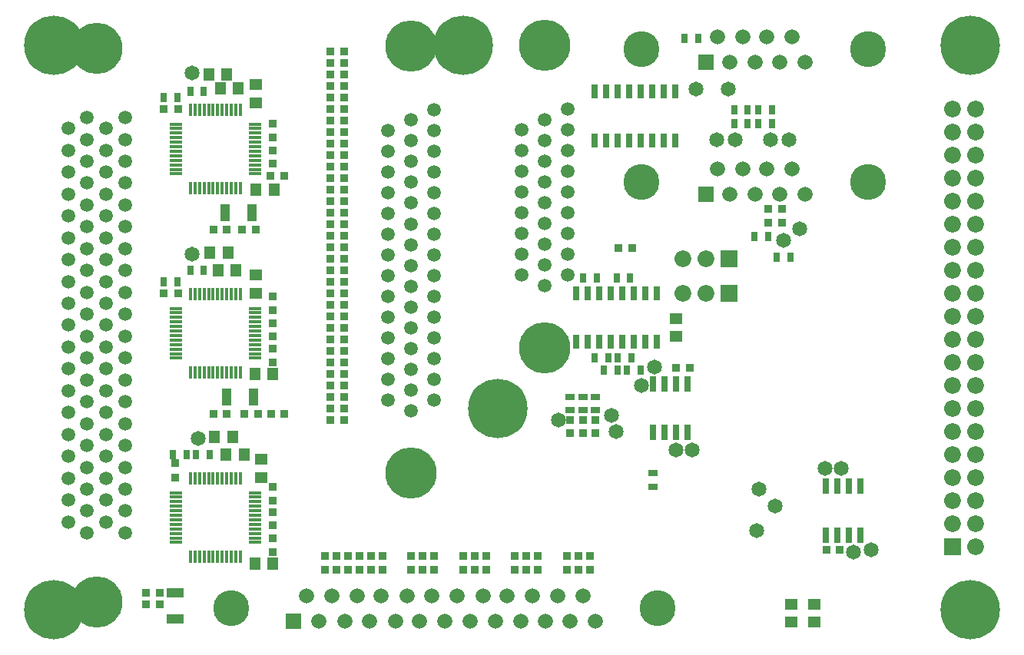
<source format=gbs>
G04 #@! TF.FileFunction,Soldermask,Bot*
%FSLAX46Y46*%
G04 Gerber Fmt 4.6, Leading zero omitted, Abs format (unit mm)*
G04 Created by KiCad (PCBNEW 4.0.6) date Fri Jul 21 15:53:30 2017*
%MOMM*%
%LPD*%
G01*
G04 APERTURE LIST*
%ADD10C,0.100000*%
%ADD11C,1.500000*%
%ADD12C,5.650000*%
%ADD13R,0.750000X1.700000*%
%ADD14R,0.950000X0.900000*%
%ADD15R,1.400000X1.150000*%
%ADD16R,1.150000X1.400000*%
%ADD17R,0.900000X0.950000*%
%ADD18R,0.950000X0.950000*%
%ADD19R,1.850000X1.850000*%
%ADD20O,1.850000X1.850000*%
%ADD21R,0.650000X1.050000*%
%ADD22R,1.050000X1.850000*%
%ADD23R,1.850000X1.050000*%
%ADD24R,1.050000X0.650000*%
%ADD25R,1.450000X0.400000*%
%ADD26R,0.400000X1.450000*%
%ADD27R,0.750000X1.650000*%
%ADD28C,1.650000*%
%ADD29C,3.960000*%
%ADD30R,1.670000X1.670000*%
%ADD31C,1.670000*%
%ADD32C,6.550000*%
G04 APERTURE END LIST*
D10*
D11*
X106807000Y-53290000D03*
X106807000Y-51000000D03*
X106807000Y-48710000D03*
X106807000Y-46420000D03*
X106807000Y-44130000D03*
X106807000Y-41840000D03*
X106807000Y-39550000D03*
X106807000Y-37260000D03*
X106807000Y-34970000D03*
X104267000Y-54440000D03*
X104267000Y-52150000D03*
X104267000Y-49860000D03*
X104267000Y-47570000D03*
X104267000Y-45280000D03*
X104267000Y-42990000D03*
X104267000Y-40700000D03*
X104267000Y-38410000D03*
X104267000Y-36120000D03*
X101727000Y-53290000D03*
X101727000Y-51000000D03*
X101727000Y-48710000D03*
X101727000Y-46420000D03*
X101727000Y-44130000D03*
X101727000Y-41840000D03*
X101727000Y-39550000D03*
X101727000Y-37260000D03*
D12*
X104267000Y-61340000D03*
X104267000Y-27940000D03*
D13*
X139065000Y-81915000D03*
X137795000Y-81915000D03*
X136525000Y-81915000D03*
X135255000Y-81915000D03*
X135255000Y-76515000D03*
X136525000Y-76515000D03*
X137795000Y-76515000D03*
X139065000Y-76515000D03*
D14*
X67715000Y-68580000D03*
X69215000Y-68580000D03*
X72620000Y-68580000D03*
X71120000Y-68580000D03*
D15*
X72390000Y-53245000D03*
X72390000Y-55245000D03*
D16*
X68215000Y-52705000D03*
X70215000Y-52705000D03*
D17*
X74295000Y-57150000D03*
X74295000Y-55650000D03*
X74295000Y-62865000D03*
X74295000Y-61365000D03*
X74295000Y-58559000D03*
X74295000Y-60059000D03*
D16*
X72295000Y-64135000D03*
X74295000Y-64135000D03*
X69310000Y-50800000D03*
X67310000Y-50800000D03*
D14*
X60325000Y-88265000D03*
X61825000Y-88265000D03*
X60325000Y-89535000D03*
X61825000Y-89535000D03*
D15*
X73025000Y-73565000D03*
X73025000Y-75565000D03*
D16*
X69120000Y-73025000D03*
X71120000Y-73025000D03*
D17*
X74295000Y-78105000D03*
X74295000Y-76605000D03*
X74295000Y-83820000D03*
X74295000Y-82320000D03*
X74295000Y-79375000D03*
X74295000Y-80875000D03*
D16*
X72295000Y-85090000D03*
X74295000Y-85090000D03*
X69850000Y-71120000D03*
X67850000Y-71120000D03*
D14*
X67715000Y-48260000D03*
X69215000Y-48260000D03*
X72390000Y-48260000D03*
X70890000Y-48260000D03*
D15*
X72390000Y-32290000D03*
X72390000Y-34290000D03*
D16*
X68485000Y-32639000D03*
X70485000Y-32639000D03*
D17*
X74295000Y-38100000D03*
X74295000Y-36600000D03*
D14*
X75541000Y-42291000D03*
X74041000Y-42291000D03*
D17*
X74295000Y-39497000D03*
X74295000Y-40997000D03*
D16*
X72390000Y-43815000D03*
X74390000Y-43815000D03*
X69215000Y-31115000D03*
X67215000Y-31115000D03*
D14*
X82145000Y-28575000D03*
X80645000Y-28575000D03*
X82145000Y-29845000D03*
X80645000Y-29845000D03*
X80645000Y-42545000D03*
X82145000Y-42545000D03*
X82145000Y-31115000D03*
X80645000Y-31115000D03*
X80645000Y-43815000D03*
X82145000Y-43815000D03*
X82145000Y-32385000D03*
X80645000Y-32385000D03*
X80645000Y-45085000D03*
X82145000Y-45085000D03*
X82145000Y-33655000D03*
X80645000Y-33655000D03*
X80645000Y-46355000D03*
X82145000Y-46355000D03*
X82145000Y-34925000D03*
X80645000Y-34925000D03*
X80645000Y-47625000D03*
X82145000Y-47625000D03*
X82145000Y-36195000D03*
X80645000Y-36195000D03*
X80645000Y-48895000D03*
X82145000Y-48895000D03*
X82145000Y-37465000D03*
X80645000Y-37465000D03*
X80645000Y-50165000D03*
X82145000Y-50165000D03*
X82145000Y-38735000D03*
X80645000Y-38735000D03*
X82145000Y-40005000D03*
X80645000Y-40005000D03*
X82145000Y-41275000D03*
X80645000Y-41275000D03*
X82145000Y-51435000D03*
X80645000Y-51435000D03*
X82145000Y-52705000D03*
X80645000Y-52705000D03*
X80645000Y-65405000D03*
X82145000Y-65405000D03*
X82145000Y-53975000D03*
X80645000Y-53975000D03*
X80645000Y-66675000D03*
X82145000Y-66675000D03*
X82145000Y-55245000D03*
X80645000Y-55245000D03*
X80645000Y-67945000D03*
X82145000Y-67945000D03*
X82145000Y-56515000D03*
X80645000Y-56515000D03*
X80645000Y-69215000D03*
X82145000Y-69215000D03*
X82145000Y-57785000D03*
X80645000Y-57785000D03*
X82145000Y-59055000D03*
X80645000Y-59055000D03*
X82145000Y-60325000D03*
X80645000Y-60325000D03*
X82145000Y-61595000D03*
X80645000Y-61595000D03*
X74065000Y-68580000D03*
X75565000Y-68580000D03*
X82145000Y-62865000D03*
X80645000Y-62865000D03*
X82145000Y-64135000D03*
X80645000Y-64135000D03*
D17*
X109220000Y-85725000D03*
X109220000Y-84225000D03*
X107950000Y-85725000D03*
X107950000Y-84225000D03*
X89535000Y-84225000D03*
X89535000Y-85725000D03*
X106680000Y-85725000D03*
X106680000Y-84225000D03*
X86360000Y-84225000D03*
X86360000Y-85725000D03*
X103505000Y-85725000D03*
X103505000Y-84225000D03*
X85090000Y-84225000D03*
X85090000Y-85725000D03*
X102235000Y-85725000D03*
X102235000Y-84225000D03*
X83820000Y-84225000D03*
X83820000Y-85725000D03*
X100965000Y-85725000D03*
X100965000Y-84225000D03*
X82550000Y-84225000D03*
X82550000Y-85725000D03*
X97790000Y-85725000D03*
X97790000Y-84225000D03*
X81280000Y-84225000D03*
X81280000Y-85725000D03*
X96520000Y-85725000D03*
X96520000Y-84225000D03*
X80010000Y-84225000D03*
X80010000Y-85725000D03*
X95250000Y-85725000D03*
X95250000Y-84225000D03*
X92075000Y-85725000D03*
X92075000Y-84225000D03*
X90805000Y-85725000D03*
X90805000Y-84225000D03*
D15*
X118745000Y-60039000D03*
X118745000Y-58039000D03*
X133985000Y-89535000D03*
X133985000Y-91535000D03*
X131445000Y-89535000D03*
X131445000Y-91535000D03*
D14*
X118745000Y-63500000D03*
X120245000Y-63500000D03*
X136779000Y-83566000D03*
X135279000Y-83566000D03*
D17*
X109855000Y-69215000D03*
X109855000Y-70715000D03*
X107061000Y-69215000D03*
X107061000Y-70715000D03*
X108458000Y-69215000D03*
X108458000Y-70715000D03*
X130429000Y-47474000D03*
X130429000Y-45974000D03*
X128905000Y-47498000D03*
X128905000Y-45998000D03*
D18*
X62230000Y-55245000D03*
X63830000Y-55245000D03*
X63500000Y-73965000D03*
X63500000Y-75565000D03*
X62230000Y-34925000D03*
X63830000Y-34925000D03*
D19*
X149225000Y-83185000D03*
D20*
X151765000Y-83185000D03*
X149225000Y-80645000D03*
X151765000Y-80645000D03*
X149225000Y-78105000D03*
X151765000Y-78105000D03*
X149225000Y-75565000D03*
X151765000Y-75565000D03*
X149225000Y-73025000D03*
X151765000Y-73025000D03*
X149225000Y-70485000D03*
X151765000Y-70485000D03*
X149225000Y-67945000D03*
X151765000Y-67945000D03*
X149225000Y-65405000D03*
X151765000Y-65405000D03*
X149225000Y-62865000D03*
X151765000Y-62865000D03*
X149225000Y-60325000D03*
X151765000Y-60325000D03*
X149225000Y-57785000D03*
X151765000Y-57785000D03*
X149225000Y-55245000D03*
X151765000Y-55245000D03*
X149225000Y-52705000D03*
X151765000Y-52705000D03*
X149225000Y-50165000D03*
X151765000Y-50165000D03*
X149225000Y-47625000D03*
X151765000Y-47625000D03*
X149225000Y-45085000D03*
X151765000Y-45085000D03*
X149225000Y-42545000D03*
X151765000Y-42545000D03*
X149225000Y-40005000D03*
X151765000Y-40005000D03*
X149225000Y-37465000D03*
X151765000Y-37465000D03*
X149225000Y-34925000D03*
X151765000Y-34925000D03*
D19*
X124587000Y-51435000D03*
D20*
X122047000Y-51435000D03*
X119507000Y-51435000D03*
D19*
X124587000Y-55245000D03*
D20*
X122047000Y-55245000D03*
X119507000Y-55245000D03*
D21*
X127786000Y-35052000D03*
X129286000Y-35052000D03*
X126619000Y-36576000D03*
X125119000Y-36576000D03*
X127762000Y-36576000D03*
X129262000Y-36576000D03*
X126619000Y-35052000D03*
X125119000Y-35052000D03*
X121134000Y-27178000D03*
X119634000Y-27178000D03*
D22*
X72115000Y-66675000D03*
X69215000Y-66675000D03*
D21*
X63730000Y-53975000D03*
X62230000Y-53975000D03*
X65175000Y-52705000D03*
X66675000Y-52705000D03*
D23*
X63500000Y-91165000D03*
X63500000Y-88265000D03*
D21*
X64770000Y-73025000D03*
X63270000Y-73025000D03*
X65810000Y-73025000D03*
X67310000Y-73025000D03*
D22*
X71935000Y-46355000D03*
X69035000Y-46355000D03*
D21*
X63730000Y-33655000D03*
X62230000Y-33655000D03*
X65175000Y-33020000D03*
X66675000Y-33020000D03*
D24*
X116205000Y-76581000D03*
X116205000Y-75081000D03*
D21*
X113284000Y-63754000D03*
X114784000Y-63754000D03*
X111252000Y-62357000D03*
X109752000Y-62357000D03*
X109982000Y-53594000D03*
X108482000Y-53594000D03*
X112165000Y-53594000D03*
X113665000Y-53594000D03*
X112268000Y-62357000D03*
X113768000Y-62357000D03*
X112268000Y-63754000D03*
X110768000Y-63754000D03*
D24*
X109855000Y-68175000D03*
X109855000Y-66675000D03*
X107061000Y-68175000D03*
X107061000Y-66675000D03*
X108458000Y-68175000D03*
X108458000Y-66675000D03*
D21*
X131294000Y-51308000D03*
X129794000Y-51308000D03*
X128881000Y-49022000D03*
X127381000Y-49022000D03*
D25*
X72295000Y-56940000D03*
X72295000Y-57440000D03*
X72295000Y-57940000D03*
X72295000Y-58440000D03*
X72295000Y-58940000D03*
X72295000Y-59440000D03*
X72295000Y-59940000D03*
X72295000Y-60440000D03*
X72295000Y-60940000D03*
X72295000Y-61440000D03*
X72295000Y-61940000D03*
X72295000Y-62440000D03*
D26*
X70695000Y-64040000D03*
X70195000Y-64040000D03*
X69695000Y-64040000D03*
X69195000Y-64040000D03*
X68695000Y-64040000D03*
X68195000Y-64040000D03*
X67695000Y-64040000D03*
X67195000Y-64040000D03*
X66695000Y-64040000D03*
X66195000Y-64040000D03*
X65695000Y-64040000D03*
X65195000Y-64040000D03*
D25*
X63595000Y-62440000D03*
X63595000Y-61940000D03*
X63595000Y-61440000D03*
X63595000Y-60940000D03*
X63595000Y-60440000D03*
X63595000Y-59940000D03*
X63595000Y-59440000D03*
X63595000Y-58940000D03*
X63595000Y-58440000D03*
X63595000Y-57940000D03*
X63595000Y-57440000D03*
X63595000Y-56940000D03*
D26*
X65195000Y-55340000D03*
X65695000Y-55340000D03*
X66195000Y-55340000D03*
X66695000Y-55340000D03*
X67195000Y-55340000D03*
X67695000Y-55340000D03*
X68195000Y-55340000D03*
X68695000Y-55340000D03*
X69195000Y-55340000D03*
X69695000Y-55340000D03*
X70195000Y-55340000D03*
X70695000Y-55340000D03*
D25*
X72295000Y-77260000D03*
X72295000Y-77760000D03*
X72295000Y-78260000D03*
X72295000Y-78760000D03*
X72295000Y-79260000D03*
X72295000Y-79760000D03*
X72295000Y-80260000D03*
X72295000Y-80760000D03*
X72295000Y-81260000D03*
X72295000Y-81760000D03*
X72295000Y-82260000D03*
X72295000Y-82760000D03*
D26*
X70695000Y-84360000D03*
X70195000Y-84360000D03*
X69695000Y-84360000D03*
X69195000Y-84360000D03*
X68695000Y-84360000D03*
X68195000Y-84360000D03*
X67695000Y-84360000D03*
X67195000Y-84360000D03*
X66695000Y-84360000D03*
X66195000Y-84360000D03*
X65695000Y-84360000D03*
X65195000Y-84360000D03*
D25*
X63595000Y-82760000D03*
X63595000Y-82260000D03*
X63595000Y-81760000D03*
X63595000Y-81260000D03*
X63595000Y-80760000D03*
X63595000Y-80260000D03*
X63595000Y-79760000D03*
X63595000Y-79260000D03*
X63595000Y-78760000D03*
X63595000Y-78260000D03*
X63595000Y-77760000D03*
X63595000Y-77260000D03*
D26*
X65195000Y-75660000D03*
X65695000Y-75660000D03*
X66195000Y-75660000D03*
X66695000Y-75660000D03*
X67195000Y-75660000D03*
X67695000Y-75660000D03*
X68195000Y-75660000D03*
X68695000Y-75660000D03*
X69195000Y-75660000D03*
X69695000Y-75660000D03*
X70195000Y-75660000D03*
X70695000Y-75660000D03*
D25*
X72295000Y-36620000D03*
X72295000Y-37120000D03*
X72295000Y-37620000D03*
X72295000Y-38120000D03*
X72295000Y-38620000D03*
X72295000Y-39120000D03*
X72295000Y-39620000D03*
X72295000Y-40120000D03*
X72295000Y-40620000D03*
X72295000Y-41120000D03*
X72295000Y-41620000D03*
X72295000Y-42120000D03*
D26*
X70695000Y-43720000D03*
X70195000Y-43720000D03*
X69695000Y-43720000D03*
X69195000Y-43720000D03*
X68695000Y-43720000D03*
X68195000Y-43720000D03*
X67695000Y-43720000D03*
X67195000Y-43720000D03*
X66695000Y-43720000D03*
X66195000Y-43720000D03*
X65695000Y-43720000D03*
X65195000Y-43720000D03*
D25*
X63595000Y-42120000D03*
X63595000Y-41620000D03*
X63595000Y-41120000D03*
X63595000Y-40620000D03*
X63595000Y-40120000D03*
X63595000Y-39620000D03*
X63595000Y-39120000D03*
X63595000Y-38620000D03*
X63595000Y-38120000D03*
X63595000Y-37620000D03*
X63595000Y-37120000D03*
X63595000Y-36620000D03*
D26*
X65195000Y-35020000D03*
X65695000Y-35020000D03*
X66195000Y-35020000D03*
X66695000Y-35020000D03*
X67195000Y-35020000D03*
X67695000Y-35020000D03*
X68195000Y-35020000D03*
X68695000Y-35020000D03*
X69195000Y-35020000D03*
X69695000Y-35020000D03*
X70195000Y-35020000D03*
X70695000Y-35020000D03*
D13*
X116205000Y-65245000D03*
X117475000Y-65245000D03*
X118745000Y-65245000D03*
X120015000Y-65245000D03*
X120015000Y-70645000D03*
X118745000Y-70645000D03*
X117475000Y-70645000D03*
X116205000Y-70645000D03*
D27*
X116586000Y-60645000D03*
X115316000Y-60645000D03*
X114046000Y-60645000D03*
X112776000Y-60645000D03*
X111506000Y-60645000D03*
X110236000Y-60645000D03*
X108966000Y-60645000D03*
X107696000Y-60645000D03*
X107696000Y-55245000D03*
X108966000Y-55245000D03*
X110236000Y-55245000D03*
X111506000Y-55245000D03*
X112776000Y-55245000D03*
X114046000Y-55245000D03*
X115316000Y-55245000D03*
X116586000Y-55245000D03*
X118618000Y-38420000D03*
X117348000Y-38420000D03*
X116078000Y-38420000D03*
X114808000Y-38420000D03*
X113538000Y-38420000D03*
X112268000Y-38420000D03*
X110998000Y-38420000D03*
X109728000Y-38420000D03*
X109728000Y-33020000D03*
X110998000Y-33020000D03*
X112268000Y-33020000D03*
X113538000Y-33020000D03*
X114808000Y-33020000D03*
X116078000Y-33020000D03*
X117348000Y-33020000D03*
X118618000Y-33020000D03*
D28*
X129159000Y-38354000D03*
X131191000Y-38354000D03*
X123190000Y-38354000D03*
X125222000Y-38354000D03*
X120904000Y-32766000D03*
X124460000Y-32766000D03*
X127889000Y-76835000D03*
X129667000Y-78740000D03*
X127635000Y-81407000D03*
X66040000Y-71247000D03*
X65405000Y-50927000D03*
X65405000Y-30988000D03*
X114935000Y-65405000D03*
X118745000Y-72517000D03*
X116332000Y-63373000D03*
X120523000Y-72517000D03*
X140208000Y-83566000D03*
X136906000Y-74549000D03*
X138303000Y-83820000D03*
X135128000Y-74549000D03*
X111633000Y-68707000D03*
X105791000Y-69215000D03*
X112141000Y-70485000D03*
X132334000Y-48133000D03*
X130556000Y-49403000D03*
D14*
X113895000Y-50292000D03*
X112395000Y-50292000D03*
D29*
X139910000Y-43000000D03*
X114890000Y-43000000D03*
D30*
X122000000Y-44400000D03*
D31*
X124670000Y-44400000D03*
X127460000Y-44400000D03*
X130130000Y-44400000D03*
X132920000Y-44400000D03*
X123270000Y-41610000D03*
X126060000Y-41610000D03*
X128730000Y-41610000D03*
X131530000Y-41610000D03*
D29*
X139910000Y-28381961D03*
X114890000Y-28381961D03*
D30*
X122000000Y-29781961D03*
D31*
X124670000Y-29781961D03*
X127460000Y-29781961D03*
X130130000Y-29781961D03*
X132920000Y-29781961D03*
X123270000Y-26991961D03*
X126060000Y-26991961D03*
X128730000Y-26991961D03*
X131530000Y-26991961D03*
D29*
X116715000Y-90040000D03*
X69725000Y-90040000D03*
D30*
X76585000Y-91440000D03*
D31*
X79375000Y-91440000D03*
X82175000Y-91440000D03*
X84965000Y-91440000D03*
X87765000Y-91440000D03*
X90425000Y-91440000D03*
X93225000Y-91440000D03*
X96015000Y-91440000D03*
X98815000Y-91440000D03*
X101605000Y-91440000D03*
X104275000Y-91440000D03*
X107065000Y-91440000D03*
X109855000Y-91440000D03*
X77985000Y-88650000D03*
X80775000Y-88650000D03*
X83575000Y-88650000D03*
X86235000Y-88650000D03*
X89035000Y-88650000D03*
X91825000Y-88650000D03*
X94615000Y-88650000D03*
X97415000Y-88650000D03*
X100085000Y-88650000D03*
X102875000Y-88650000D03*
X105665000Y-88650000D03*
X108465000Y-88650000D03*
D11*
X57960000Y-81695000D03*
X57960000Y-79285000D03*
X57960000Y-76875000D03*
X57960000Y-74465000D03*
X57960000Y-72055000D03*
X57960000Y-69645000D03*
X57960000Y-67235000D03*
X57960000Y-64825000D03*
X57960000Y-62415000D03*
X57960000Y-60005000D03*
X57960000Y-57595000D03*
X57960000Y-55185000D03*
X57960000Y-52775000D03*
X57960000Y-50365000D03*
X57960000Y-47955000D03*
X57960000Y-45535000D03*
X57960000Y-43135000D03*
X57960000Y-40725000D03*
X57960000Y-38315000D03*
X57960000Y-35895000D03*
X55880000Y-80485000D03*
X55880000Y-78075000D03*
X55880000Y-75665000D03*
X55880000Y-73255000D03*
X55880000Y-70845000D03*
X55880000Y-68435000D03*
X55880000Y-66025000D03*
X55880000Y-63615000D03*
X55880000Y-61205000D03*
X55880000Y-58795000D03*
X55880000Y-56385000D03*
X55880000Y-53975000D03*
X55880000Y-51565000D03*
X55880000Y-49155000D03*
X55880000Y-46745000D03*
X55880000Y-44335000D03*
X55880000Y-41925000D03*
X55880000Y-39515000D03*
X55880000Y-37105000D03*
X53800000Y-81695000D03*
X53800000Y-79285000D03*
X53800000Y-76875000D03*
X53800000Y-74465000D03*
X53800000Y-72055000D03*
X53800000Y-69645000D03*
X53800000Y-67235000D03*
X53800000Y-64825000D03*
X53800000Y-62415000D03*
X53800000Y-60005000D03*
X53800000Y-57595000D03*
X53800000Y-55185000D03*
X53800000Y-52775000D03*
X53800000Y-50365000D03*
X53800000Y-47955000D03*
X53800000Y-45535000D03*
X53800000Y-43135000D03*
X53800000Y-40725000D03*
X53800000Y-38315000D03*
X53800000Y-35895000D03*
X51720000Y-80485000D03*
X51720000Y-78075000D03*
X51720000Y-75665000D03*
X51720000Y-73255000D03*
X51720000Y-70845000D03*
X51720000Y-68435000D03*
X51720000Y-66025000D03*
X51720000Y-63615000D03*
X51720000Y-61205000D03*
X51720000Y-58795000D03*
X51720000Y-56385000D03*
X51720000Y-53975000D03*
X51720000Y-51565000D03*
X51720000Y-49155000D03*
X51720000Y-46745000D03*
X51720000Y-44335000D03*
X51720000Y-41925000D03*
X51720000Y-39515000D03*
X51720000Y-37105000D03*
D12*
X54840000Y-89295000D03*
X54840000Y-28295000D03*
D11*
X92075000Y-67085000D03*
X92075000Y-64795000D03*
X92075000Y-62505000D03*
X92075000Y-60215000D03*
X92075000Y-57925000D03*
X92075000Y-55635000D03*
X92075000Y-53345000D03*
X92075000Y-51055000D03*
X92075000Y-48765000D03*
X92075000Y-46475000D03*
X92075000Y-44185000D03*
X92075000Y-41895000D03*
X92075000Y-39605000D03*
X92075000Y-37315000D03*
X92075000Y-35025000D03*
X89535000Y-68235000D03*
X89535000Y-65945000D03*
X89535000Y-63655000D03*
X89535000Y-61365000D03*
X89535000Y-59075000D03*
X89535000Y-56785000D03*
X89535000Y-54495000D03*
X89535000Y-52205000D03*
X89535000Y-49915000D03*
X89535000Y-47625000D03*
X89535000Y-45335000D03*
X89535000Y-43045000D03*
X89535000Y-40755000D03*
X89535000Y-38465000D03*
X89535000Y-36175000D03*
X86995000Y-67085000D03*
X86995000Y-64795000D03*
X86995000Y-62505000D03*
X86995000Y-60215000D03*
X86995000Y-57925000D03*
X86995000Y-55635000D03*
X86995000Y-53345000D03*
X86995000Y-51055000D03*
X86995000Y-48765000D03*
X86995000Y-46475000D03*
X86995000Y-44185000D03*
X86995000Y-41895000D03*
X86995000Y-39605000D03*
X86995000Y-37315000D03*
D12*
X89535000Y-75085000D03*
X89535000Y-28045000D03*
D32*
X50165000Y-90170000D03*
X151130000Y-27940000D03*
X151130000Y-90170000D03*
X95250000Y-27940000D03*
X50165000Y-27940000D03*
X99060000Y-67945000D03*
M02*

</source>
